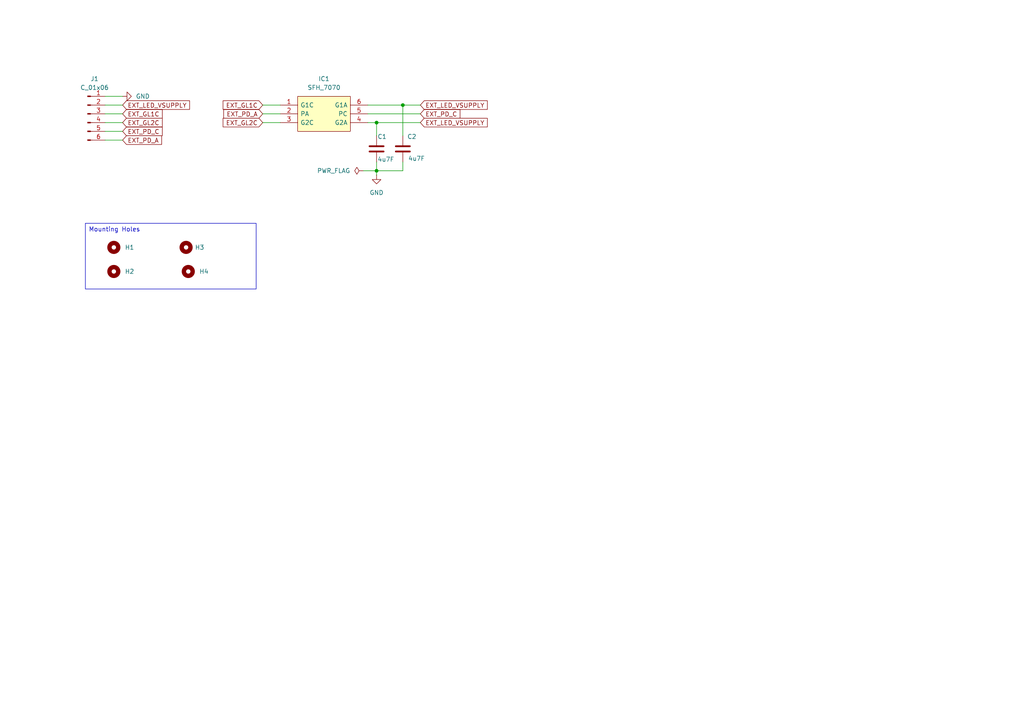
<source format=kicad_sch>
(kicad_sch (version 20231120) (generator "eeschema") (generator_version "8.0")
  (paper "A4")
  (title_block (title "SFH7072 Breakoutboard") (rev "0.1"))
  (lib_symbols
    (symbol "Connector:Conn_01x06_Pin" (pin_names (offset 1.016) hide)
      (property "Reference" "J" (at 0 7.62 0))
      (property "Value" "Conn_01x06_Pin" (at 0 -10.16 0))
      (symbol "Conn_01x06_Pin_1_1"
        (polyline (pts (xy 1.27 -7.62) (xy 0.8636 -7.62)) (stroke (width 0.1524)))
        (polyline (pts (xy 1.27 -5.08) (xy 0.8636 -5.08)) (stroke (width 0.1524)))
        (polyline (pts (xy 1.27 -2.54) (xy 0.8636 -2.54)) (stroke (width 0.1524)))
        (polyline (pts (xy 1.27 0) (xy 0.8636 0)) (stroke (width 0.1524)))
        (polyline (pts (xy 1.27 2.54) (xy 0.8636 2.54)) (stroke (width 0.1524)))
        (polyline (pts (xy 1.27 5.08) (xy 0.8636 5.08)) (stroke (width 0.1524)))
        (rectangle (start 0.8636 -7.493) (end 0 -7.747) (stroke (width 0.1524)) (fill (type outline)))
        (rectangle (start 0.8636 -4.953) (end 0 -5.207) (stroke (width 0.1524)) (fill (type outline)))
        (rectangle (start 0.8636 -2.413) (end 0 -2.667) (stroke (width 0.1524)) (fill (type outline)))
        (rectangle (start 0.8636 0.127) (end 0 -0.127) (stroke (width 0.1524)) (fill (type outline)))
        (rectangle (start 0.8636 2.667) (end 0 2.413) (stroke (width 0.1524)) (fill (type outline)))
        (rectangle (start 0.8636 5.207) (end 0 4.953) (stroke (width 0.1524)) (fill (type outline)))
        (pin passive line (at 5.08 5.08 180) (length 3.81) (name "Pin_1") (number "1"))
        (pin passive line (at 5.08 2.54 180) (length 3.81) (name "Pin_2") (number "2"))
        (pin passive line (at 5.08 0 180) (length 3.81) (name "Pin_3") (number "3"))
        (pin passive line (at 5.08 -2.54 180) (length 3.81) (name "Pin_4") (number "4"))
        (pin passive line (at 5.08 -5.08 180) (length 3.81) (name "Pin_5") (number "5"))
        (pin passive line (at 5.08 -7.62 180) (length 3.81) (name "Pin_6") (number "6"))
      )
    )
    (symbol "Device:C" (pin_numbers hide) (pin_names (offset 0.254))
      (property "Reference" "C" (at 0.635 2.54 0))
      (property "Value" "C" (at 0.635 -2.54 0))
      (symbol "C_0_1"
        (polyline (pts (xy -2.032 -0.762) (xy 2.032 -0.762)) (stroke (width 0.508)))
        (polyline (pts (xy -2.032 0.762) (xy 2.032 0.762)) (stroke (width 0.508)))
      )
      (symbol "C_1_1"
        (pin passive line (at 0 3.81 270) (length 2.794) (name "~") (number "1"))
        (pin passive line (at 0 -3.81 90) (length 2.794) (name "~") (number "2"))
      )
    )
    (symbol "Mechanical:MountingHole" (pin_names (offset 1.016)) (exclude_from_sim yes) (in_bom no)
      (property "Reference" "H" (at 0 5.08 0))
      (property "Value" "MountingHole" (at 0 3.175 0))
      (symbol "MountingHole_0_1"
        (circle (center 0 0) (radius 1.27) (stroke (width 1.27)))
      )
    )
    (symbol "breakoutboard:SFH_7070" (pin_names (offset 0.762))
      (property "Reference" "IC" (at -7.62 6.35 0))
      (property "Value" "SFH_7070" (at -1.27 -6.35 0))
      (symbol "SFH_7070_0_1"
        (polyline (pts (xy -7.62 5.08) (xy 7.62 5.08) (xy 7.62 -5.08) (xy -7.62 -5.08) (xy -7.62 5.08)) (stroke (width 0.1524)) (fill (type background)))
      )
      (symbol "SFH_7070_1_0"
        (pin passive line (at -12.7 2.54 0) (length 5.08) (name "G1C") (number "1"))
        (pin passive line (at -12.7 0 0) (length 5.08) (name "PA") (number "2"))
        (pin passive line (at -12.7 -2.54 0) (length 5.08) (name "G2C") (number "3"))
        (pin passive line (at 12.7 -2.54 180) (length 5.08) (name "G2A") (number "4"))
        (pin passive line (at 12.7 0 180) (length 5.08) (name "PC") (number "5"))
        (pin passive line (at 12.7 2.54 180) (length 5.08) (name "G1A") (number "6"))
      )
    )
    (symbol "power:GND" (power) (pin_numbers hide) (pin_names (offset 0) hide)
      (property "Value" "GND" (at 0 -3.81 0))
      (symbol "GND_0_1"
        (polyline (pts (xy 0 0) (xy 0 -1.27) (xy 1.27 -1.27) (xy 0 -2.54) (xy -1.27 -1.27) (xy 0 -1.27)))
      )
      (symbol "GND_1_1"
        (pin power_in line (at 0 0 270) (length 0) (name "~") (number "1"))
      )
    )
    (symbol "power:PWR_FLAG" (power) (pin_numbers hide) (pin_names (offset 0) hide)
      (property "Value" "PWR_FLAG" (at 0 3.81 0))
      (symbol "PWR_FLAG_0_0"
        (pin power_out line (at 0 0 90) (length 0) (name "~") (number "1"))
      )
      (symbol "PWR_FLAG_0_1"
        (polyline (pts (xy 0 0) (xy 0 1.27) (xy -1.016 1.905) (xy 0 2.54) (xy 1.016 1.905) (xy 0 1.27)))
      )
    )
  )
  (junction (at 109.22 49.53))
  (junction (at 116.84 30.48))
  (junction (at 109.22 35.56))
  (wire (pts (xy 116.84 30.48) (xy 121.92 30.48)))
  (wire (pts (xy 106.68 35.56) (xy 109.22 35.56)))
  (wire (pts (xy 30.48 30.48) (xy 35.56 30.48)))
  (wire (pts (xy 106.68 33.02) (xy 121.92 33.02)))
  (wire (pts (xy 105.41 49.53) (xy 109.22 49.53)))
  (wire (pts (xy 76.2 33.02) (xy 81.28 33.02)))
  (wire (pts (xy 30.48 38.1) (xy 35.56 38.1)))
  (wire (pts (xy 30.48 33.02) (xy 35.56 33.02)))
  (wire (pts (xy 30.48 40.64) (xy 35.56 40.64)))
  (wire (pts (xy 30.48 27.94) (xy 35.56 27.94)))
  (wire (pts (xy 109.22 35.56) (xy 121.92 35.56)))
  (wire (pts (xy 109.22 49.53) (xy 109.22 50.8)))
  (wire (pts (xy 116.84 49.53) (xy 109.22 49.53)))
  (wire (pts (xy 30.48 35.56) (xy 35.56 35.56)))
  (wire (pts (xy 106.68 30.48) (xy 116.84 30.48)))
  (wire (pts (xy 76.2 30.48) (xy 81.28 30.48)))
  (wire (pts (xy 116.84 46.99) (xy 116.84 49.53)))
  (wire (pts (xy 109.22 35.56) (xy 109.22 39.37)))
  (wire (pts (xy 109.22 46.99) (xy 109.22 49.53)))
  (wire (pts (xy 116.84 30.48) (xy 116.84 39.37)))
  (wire (pts (xy 76.2 35.56) (xy 81.28 35.56)))
  (text_box "Mounting Holes" (at 24.765 64.77 0) (size 49.53 19.05) (effects (font (size 1.27 1.27)) (justify left top)))
  (global_label "EXT_LED_VSUPPLY" (shape input) (at 35.56 30.48 0) (property "Intersheetrefs" "${INTERSHEET_REFS}" (effects (hide yes))))
  (global_label "EXT_PD_A" (shape input) (at 35.56 40.64 0) (property "Intersheetrefs" "${INTERSHEET_REFS}" (effects (hide yes))))
  (global_label "EXT_LED_VSUPPLY" (shape input) (at 121.92 35.56 0) (property "Intersheetrefs" "${INTERSHEET_REFS}" (effects (hide yes))))
  (global_label "EXT_PD_C" (shape input) (at 35.56 38.1 0) (property "Intersheetrefs" "${INTERSHEET_REFS}" (effects (hide yes))))
  (global_label "EXT_GL2C" (shape input) (at 35.56 35.56 0) (property "Intersheetrefs" "${INTERSHEET_REFS}" (effects (hide yes))))
  (global_label "EXT_GL1C" (shape input) (at 76.2 30.48 180) (property "Intersheetrefs" "${INTERSHEET_REFS}" (effects (hide yes))))
  (global_label "EXT_PD_C" (shape input) (at 121.92 33.02 0) (property "Intersheetrefs" "${INTERSHEET_REFS}" (effects (hide yes))))
  (global_label "EXT_PD_A" (shape input) (at 76.2 33.02 180) (property "Intersheetrefs" "${INTERSHEET_REFS}" (effects (hide yes))))
  (global_label "EXT_GL2C" (shape input) (at 76.2 35.56 180) (property "Intersheetrefs" "${INTERSHEET_REFS}" (effects (hide yes))))
  (global_label "EXT_GL1C" (shape input) (at 35.56 33.02 0) (property "Intersheetrefs" "${INTERSHEET_REFS}" (effects (hide yes))))
  (global_label "EXT_LED_VSUPPLY" (shape input) (at 121.92 30.48 0) (property "Intersheetrefs" "${INTERSHEET_REFS}" (effects (hide yes))))
  (symbol (lib_id "Mechanical:MountingHole") (at 54.61 78.74 0) (unit 1)
    (property "Reference" "H4" (at 57.785 78.7399 0) (effects (justify left)))
    (property "Value" "MountingHole" (effects (hide yes)))
    (property "Footprint" "Connector_PinHeader_1.27mm:PinHeader_1x01_P1.27mm_Vertical" (effects (hide yes)))
    (property "Description" "Mounting Hole without connection" (effects (hide yes)))
  )
  (symbol (lib_id "Mechanical:MountingHole") (at 33.02 71.755 0) (unit 1)
    (property "Reference" "H1" (at 36.195 71.7549 0) (effects (justify left)))
    (property "Value" "MountingHole" (effects (hide yes)))
    (property "Footprint" "Connector_PinHeader_1.27mm:PinHeader_1x01_P1.27mm_Vertical" (effects (hide yes)))
    (property "Description" "Mounting Hole without connection" (effects (hide yes)))
  )
  (symbol (lib_id "Connector:Conn_01x06_Pin") (at 25.4 33.02 0) (unit 1)
    (property "Reference" "J1" (at 27.432 22.86 0))
    (property "Value" "C_01x06" (at 27.432 25.4 0))
    (property "Footprint" "Connector_PinHeader_2.54mm:PinHeader_1x06_P2.54mm_Vertical" (effects (hide yes)))
    (property "Description" "Generic connector, single row, 01x06, script generated" (effects (hide yes)))
  )
  (symbol (lib_id "breakoutboard:SFH_7070") (at 93.98 33.02 0) (unit 1)
    (property "Reference" "IC1" (at 93.98 22.86 0))
    (property "Value" "SFH_7070" (at 93.98 25.4 0))
    (property "Footprint" "breakoutboard:SFH7070" (effects (hide yes)))
    (property "Datasheet" "https://www.osram.com/media/resource/hires/osram-dam-2496467/SFH%207070.pdf" (effects (hide yes)))
    (property "Description" "Osram Opto SFH 7070 Reflective Sensor" (effects (hide yes)))
    (property "Height" "0.9" (effects (hide yes)))
    (property "Manufacturer_Name" "OSRAM Opto Semiconductors" (effects (hide yes)))
    (property "Manufacturer_Part_Number" "SFH 7070" (effects (hide yes)))
    (property "RS Part Number" "1685232" (effects (hide yes)))
    (property "RS Price/Stock" "http://uk.rs-online.com/web/p/products/1685232" (effects (hide yes)))
    (property "Mouser Part Number" "720-SFH7070" (effects (hide yes)))
    (property "Mouser Price/Stock" "https://www.mouser.com/Search/Refine.aspx?Keyword=720-SFH7070" (effects (hide yes)))
  )
  (symbol (lib_id "power:GND") (at 109.22 50.8 0) (unit 1)
    (property "Reference" "#PWR02" (effects (hide yes)))
    (property "Value" "GND" (at 109.22 55.88 0))
    (property "Description" "Power symbol creates a global label with name \"GND\" , ground" (effects (hide yes)))
  )
  (symbol (lib_id "Mechanical:MountingHole") (at 53.975 71.755 0) (unit 1)
    (property "Reference" "H3" (at 56.515 71.7549 0) (effects (justify left)))
    (property "Value" "MountingHole" (effects (hide yes)))
    (property "Footprint" "Connector_PinHeader_1.27mm:PinHeader_1x01_P1.27mm_Vertical" (effects (hide yes)))
    (property "Description" "Mounting Hole without connection" (effects (hide yes)))
  )
  (symbol (lib_id "Mechanical:MountingHole") (at 33.02 78.74 0) (unit 1)
    (property "Reference" "H2" (at 36.195 78.7399 0) (effects (justify left)))
    (property "Value" "MountingHole" (effects (hide yes)))
    (property "Footprint" "Connector_PinHeader_1.27mm:PinHeader_1x01_P1.27mm_Vertical" (effects (hide yes)))
    (property "Description" "Mounting Hole without connection" (effects (hide yes)))
  )
  (symbol (lib_id "Device:C") (at 116.84 43.18 0) (unit 1)
    (property "Reference" "C2" (at 118.11 39.624 0) (effects (justify left)))
    (property "Value" "4u7F" (at 118.364 45.974 0) (effects (justify left)))
    (property "Footprint" "Capacitor_SMD:C_0603_1608Metric" (effects (hide yes)))
    (property "Description" "Unpolarized capacitor" (effects (hide yes)))
  )
  (symbol (lib_id "power:PWR_FLAG") (at 105.41 49.53 90) (unit 1)
    (property "Reference" "#FLG01" (effects (hide yes)))
    (property "Value" "PWR_FLAG" (at 101.6 49.5299 90) (effects (justify left)))
    (property "Description" "Special symbol for telling ERC where power comes from" (effects (hide yes)))
  )
  (symbol (lib_id "power:GND") (at 35.56 27.94 90) (unit 1)
    (property "Reference" "#PWR01" (effects (hide yes)))
    (property "Value" "GND" (at 39.37 27.9399 90) (effects (justify right)))
    (property "Description" "Power symbol creates a global label with name \"GND\" , ground" (effects (hide yes)))
  )
  (symbol (lib_id "Device:C") (at 109.22 43.18 0) (unit 1)
    (property "Reference" "C1" (at 109.474 39.624 0) (effects (justify left)))
    (property "Value" "4u7F" (at 109.474 46.228 0) (effects (justify left)))
    (property "Footprint" "Capacitor_SMD:C_0603_1608Metric" (effects (hide yes)))
    (property "Description" "Unpolarized capacitor" (effects (hide yes)))
  )
)
</source>
